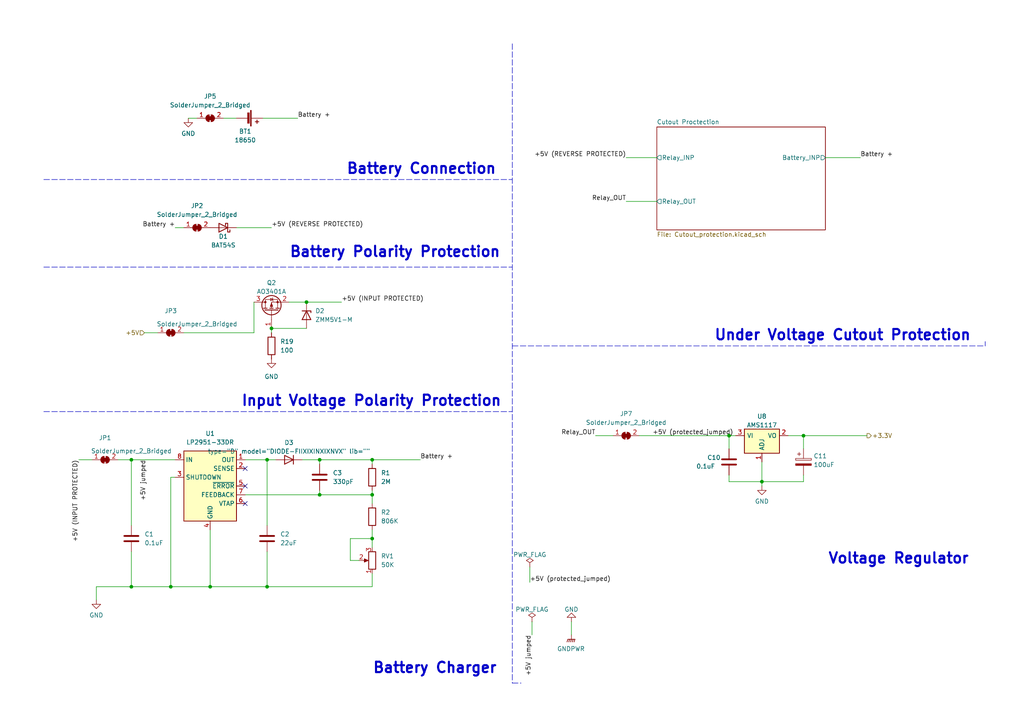
<source format=kicad_sch>
(kicad_sch (version 20211123) (generator eeschema)
  (paper "A4")
  (title_block (title "Power Submodule") (date "2022-03-09") (rev "v1.0") (company "University of Cape Town") (comment 1 "Be aware of current maybe adding up in the volatge input protection circuit") (comment 2 "Need to figure out the DSG order for the undervoltage circuit") (comment 4 "Authors: Noah Havik"))
  (lib_symbols
    (symbol "Device:Battery_Cell" (pin_numbers hide) (pin_names (offset 0) hide)
      (property "Reference" "BT" (at 2.54 2.54 0))
      (property "Value" "Battery_Cell" (at 2.54 0 0))
      (symbol "Battery_Cell_0_1"
        (rectangle (start -2.286 1.778) (end 2.286 1.524) (fill (type outline)))
        (rectangle (start -1.5748 1.1938) (end 1.4732 0.6858) (fill (type outline)))
        (polyline (pts (xy 0 0.762) (xy 0 0)))
        (polyline (pts (xy 0 1.778) (xy 0 2.54)))
        (polyline (pts (xy 0.508 3.429) (xy 1.524 3.429)) (stroke (width 0.254)))
        (polyline (pts (xy 1.016 3.937) (xy 1.016 2.921)) (stroke (width 0.254)))
      )
      (symbol "Battery_Cell_1_1"
        (pin passive line (at 0 5.08 270) (length 2.54) (name "+") (number "1"))
        (pin passive line (at 0 -2.54 90) (length 2.54) (name "-") (number "2"))
      )
    )
    (symbol "Device:C" (pin_numbers hide) (pin_names (offset 0.254))
      (property "Reference" "C" (at 0.635 2.54 0))
      (property "Value" "C" (at 0.635 -2.54 0))
      (symbol "C_0_1"
        (polyline (pts (xy -2.032 -0.762) (xy 2.032 -0.762)) (stroke (width 0.508)))
        (polyline (pts (xy -2.032 0.762) (xy 2.032 0.762)) (stroke (width 0.508)))
      )
      (symbol "C_1_1"
        (pin passive line (at 0 3.81 270) (length 2.794) (name "~") (number "1"))
        (pin passive line (at 0 -3.81 90) (length 2.794) (name "~") (number "2"))
      )
    )
    (symbol "Device:C_Polarized" (pin_numbers hide) (pin_names (offset 0.254))
      (property "Reference" "C" (at 0.635 2.54 0))
      (property "Value" "C_Polarized" (at 0.635 -2.54 0))
      (symbol "C_Polarized_0_1"
        (rectangle (start -2.286 0.508) (end 2.286 1.016))
        (polyline (pts (xy -1.778 2.286) (xy -0.762 2.286)))
        (polyline (pts (xy -1.27 2.794) (xy -1.27 1.778)))
        (rectangle (start 2.286 -0.508) (end -2.286 -1.016) (fill (type outline)))
      )
      (symbol "C_Polarized_1_1"
        (pin passive line (at 0 3.81 270) (length 2.794) (name "~") (number "1"))
        (pin passive line (at 0 -3.81 90) (length 2.794) (name "~") (number "2"))
      )
    )
    (symbol "Device:D_Schottky" (pin_numbers hide) (pin_names (offset 1.016) hide)
      (property "Reference" "D" (at 0 2.54 0))
      (property "Value" "D_Schottky" (at 0 -2.54 0))
      (symbol "D_Schottky_0_1"
        (polyline (pts (xy 1.27 0) (xy -1.27 0)))
        (polyline (pts (xy 1.27 1.27) (xy 1.27 -1.27) (xy -1.27 0) (xy 1.27 1.27)) (stroke (width 0.254)))
        (polyline (pts (xy -1.905 0.635) (xy -1.905 1.27) (xy -1.27 1.27) (xy -1.27 -1.27) (xy -0.635 -1.27) (xy -0.635 -0.635)) (stroke (width 0.254)))
      )
      (symbol "D_Schottky_1_1"
        (pin passive line (at -3.81 0 0) (length 2.54) (name "K") (number "1"))
        (pin passive line (at 3.81 0 180) (length 2.54) (name "A") (number "2"))
      )
    )
    (symbol "Device:D_Zener" (pin_numbers hide) (pin_names (offset 1.016) hide)
      (property "Reference" "D" (at 0 2.54 0))
      (property "Value" "D_Zener" (at 0 -2.54 0))
      (symbol "D_Zener_0_1"
        (polyline (pts (xy 1.27 0) (xy -1.27 0)))
        (polyline (pts (xy -1.27 -1.27) (xy -1.27 1.27) (xy -0.762 1.27)) (stroke (width 0.254)))
        (polyline (pts (xy 1.27 -1.27) (xy 1.27 1.27) (xy -1.27 0) (xy 1.27 -1.27)) (stroke (width 0.254)))
      )
      (symbol "D_Zener_1_1"
        (pin passive line (at -3.81 0 0) (length 2.54) (name "K") (number "1"))
        (pin passive line (at 3.81 0 180) (length 2.54) (name "A") (number "2"))
      )
    )
    (symbol "Device:Q_PMOS_GSD" (pin_names (offset 0) hide)
      (property "Reference" "Q" (at 5.08 1.27 0))
      (property "Value" "Q_PMOS_GSD" (at 5.08 -1.27 0))
      (symbol "Q_PMOS_GSD_0_1"
        (polyline (pts (xy 0.254 0) (xy -2.54 0)))
        (polyline (pts (xy 0.254 1.905) (xy 0.254 -1.905)) (stroke (width 0.254)))
        (polyline (pts (xy 0.762 -1.27) (xy 0.762 -2.286)) (stroke (width 0.254)))
        (polyline (pts (xy 0.762 0.508) (xy 0.762 -0.508)) (stroke (width 0.254)))
        (polyline (pts (xy 0.762 2.286) (xy 0.762 1.27)) (stroke (width 0.254)))
        (polyline (pts (xy 2.54 2.54) (xy 2.54 1.778)))
        (polyline (pts (xy 2.54 -2.54) (xy 2.54 0) (xy 0.762 0)))
        (polyline (pts (xy 0.762 1.778) (xy 3.302 1.778) (xy 3.302 -1.778) (xy 0.762 -1.778)))
        (polyline (pts (xy 2.286 0) (xy 1.27 0.381) (xy 1.27 -0.381) (xy 2.286 0)) (fill (type outline)))
        (polyline (pts (xy 2.794 -0.508) (xy 2.921 -0.381) (xy 3.683 -0.381) (xy 3.81 -0.254)))
        (polyline (pts (xy 3.302 -0.381) (xy 2.921 0.254) (xy 3.683 0.254) (xy 3.302 -0.381)))
        (circle (center 1.651 0) (radius 2.794) (stroke (width 0.254)))
        (circle (center 2.54 -1.778) (radius 0.254) (fill (type outline)))
        (circle (center 2.54 1.778) (radius 0.254) (fill (type outline)))
      )
      (symbol "Q_PMOS_GSD_1_1"
        (pin input line (at -5.08 0 0) (length 2.54) (name "G") (number "1"))
        (pin passive line (at 2.54 -5.08 90) (length 2.54) (name "S") (number "2"))
        (pin passive line (at 2.54 5.08 270) (length 2.54) (name "D") (number "3"))
      )
    )
    (symbol "Device:R" (pin_numbers hide) (pin_names (offset 0))
      (property "Reference" "R" (at 2.032 0 90))
      (property "Value" "R" (at 0 0 90))
      (symbol "R_0_1"
        (rectangle (start -1.016 -2.54) (end 1.016 2.54) (stroke (width 0.254)))
      )
      (symbol "R_1_1"
        (pin passive line (at 0 3.81 270) (length 1.27) (name "~") (number "1"))
        (pin passive line (at 0 -3.81 90) (length 1.27) (name "~") (number "2"))
      )
    )
    (symbol "Device:R_Potentiometer" (pin_names (offset 1.016) hide)
      (property "Reference" "RV" (at -4.445 0 90))
      (property "Value" "R_Potentiometer" (at -2.54 0 90))
      (symbol "R_Potentiometer_0_1"
        (polyline (pts (xy 2.54 0) (xy 1.524 0)))
        (polyline (pts (xy 1.143 0) (xy 2.286 0.508) (xy 2.286 -0.508) (xy 1.143 0)) (fill (type outline)))
        (rectangle (start 1.016 2.54) (end -1.016 -2.54) (stroke (width 0.254)))
      )
      (symbol "R_Potentiometer_1_1"
        (pin passive line (at 0 3.81 270) (length 1.27) (name "1") (number "1"))
        (pin passive line (at 3.81 0 180) (length 1.27) (name "2") (number "2"))
        (pin passive line (at 0 -3.81 90) (length 1.27) (name "3") (number "3"))
      )
    )
    (symbol "Jumper:SolderJumper_2_Bridged" (pin_names (offset 0) hide)
      (property "Reference" "JP" (at 0 2.032 0))
      (property "Value" "SolderJumper_2_Bridged" (at 0 -2.54 0))
      (symbol "SolderJumper_2_Bridged_0_1"
        (rectangle (start -0.508 0.508) (end 0.508 -0.508) (fill (type outline)))
        (arc (start -0.254 1.016) (mid -1.27 0) (end -0.254 -1.016))
        (arc (start -0.254 1.016) (mid -1.27 0) (end -0.254 -1.016) (fill (type outline)))
        (polyline (pts (xy -0.254 1.016) (xy -0.254 -1.016)))
        (polyline (pts (xy 0.254 1.016) (xy 0.254 -1.016)))
        (arc (start 0.254 -1.016) (mid 1.27 0) (end 0.254 1.016))
        (arc (start 0.254 -1.016) (mid 1.27 0) (end 0.254 1.016) (fill (type outline)))
      )
      (symbol "SolderJumper_2_Bridged_1_1"
        (pin passive line (at -3.81 0 0) (length 2.54) (name "A") (number "1"))
        (pin passive line (at 3.81 0 180) (length 2.54) (name "B") (number "2"))
      )
    )
    (symbol "Regulator_Linear:AMS1117" (pin_names (offset 0.762))
      (property "Reference" "U" (at -3.81 3.175 0))
      (property "Value" "AMS1117" (at 0 3.175 0))
      (symbol "AMS1117_0_1"
        (rectangle (start -5.08 -5.08) (end 5.08 1.905) (stroke (width 0.254)) (fill (type background)))
      )
      (symbol "AMS1117_1_1"
        (pin input line (at 0 -7.62 90) (length 2.54) (name "ADJ") (number "1"))
        (pin power_out line (at 7.62 0 180) (length 2.54) (name "VO") (number "2"))
        (pin power_in line (at -7.62 0 0) (length 2.54) (name "VI") (number "3"))
      )
    )
    (symbol "Regulator_Linear:LP2951-3.3_DIP"
      (property "Reference" "U" (at -6.35 11.43 0))
      (property "Value" "LP2951-3.3_DIP" (at 1.27 11.43 0))
      (symbol "LP2951-3.3_DIP_0_1"
        (rectangle (start -7.62 10.16) (end 7.62 -10.16) (stroke (width 0.254)) (fill (type background)))
      )
      (symbol "LP2951-3.3_DIP_1_1"
        (pin power_out line (at 10.16 7.62 180) (length 2.54) (name "OUT") (number "1"))
        (pin passive line (at 10.16 5.08 180) (length 2.54) (name "SENSE") (number "2"))
        (pin input line (at -10.16 2.54 0) (length 2.54) (name "SHUTDOWN") (number "3"))
        (pin power_in line (at 0 -12.7 90) (length 2.54) (name "GND") (number "4"))
        (pin open_collector line (at 10.16 0 180) (length 2.54) (name "~{ERROR}") (number "5"))
        (pin input line (at 10.16 -5.08 180) (length 2.54) (name "VTAP") (number "6"))
        (pin input line (at 10.16 -2.54 180) (length 2.54) (name "FEEDBACK") (number "7"))
        (pin power_in line (at -10.16 7.62 0) (length 2.54) (name "IN") (number "8"))
      )
    )
    (symbol "Simulation_SPICE:DIODE" (pin_numbers hide) (pin_names (offset 1.016) hide)
      (property "Reference" "D" (at 0 2.54 0))
      (property "Value" "DIODE" (at 0 -2.54 0))
      (symbol "DIODE_0_1"
        (polyline (pts (xy 1.27 0) (xy -1.27 0)))
        (polyline (pts (xy 1.27 1.27) (xy 1.27 -1.27)) (stroke (width 0.254)))
        (polyline (pts (xy -1.27 -1.27) (xy -1.27 1.27) (xy 1.27 0) (xy -1.27 -1.27)) (stroke (width 0.254)))
      )
      (symbol "DIODE_1_1"
        (pin passive line (at -3.81 0 0) (length 2.54) (name "A") (number "1"))
        (pin passive line (at 3.81 0 180) (length 2.54) (name "K") (number "2"))
      )
    )
    (symbol "power:GND" (power) (pin_names (offset 0))
      (property "Value" "GND" (at 0 -3.81 0))
      (symbol "GND_0_1"
        (polyline (pts (xy 0 0) (xy 0 -1.27) (xy 1.27 -1.27) (xy 0 -2.54) (xy -1.27 -1.27) (xy 0 -1.27)))
      )
      (symbol "GND_1_1"
        (pin power_in line (at 0 0 270) (length 0) hide (name "GND") (number "1"))
      )
    )
    (symbol "power:GNDPWR" (power) (pin_names (offset 0))
      (property "Value" "GNDPWR" (at 0 -3.302 0))
      (symbol "GNDPWR_0_1"
        (polyline (pts (xy 0 -1.27) (xy 0 0)))
        (polyline (pts (xy -1.016 -1.27) (xy -1.27 -2.032) (xy -1.27 -2.032)) (stroke (width 0.2032)))
        (polyline (pts (xy -0.508 -1.27) (xy -0.762 -2.032) (xy -0.762 -2.032)) (stroke (width 0.2032)))
        (polyline (pts (xy 0 -1.27) (xy -0.254 -2.032) (xy -0.254 -2.032)) (stroke (width 0.2032)))
        (polyline (pts (xy 0.508 -1.27) (xy 0.254 -2.032) (xy 0.254 -2.032)) (stroke (width 0.2032)))
        (polyline (pts (xy 1.016 -1.27) (xy -1.016 -1.27) (xy -1.016 -1.27)) (stroke (width 0.2032)))
        (polyline (pts (xy 1.016 -1.27) (xy 0.762 -2.032) (xy 0.762 -2.032) (xy 0.762 -2.032)) (stroke (width 0.2032)))
      )
      (symbol "GNDPWR_1_1"
        (pin power_in line (at 0 0 270) (length 0) hide (name "GNDPWR") (number "1"))
      )
    )
    (symbol "power:PWR_FLAG" (power) (pin_numbers hide) (pin_names (offset 0) hide)
      (property "Value" "PWR_FLAG" (at 0 3.81 0))
      (symbol "PWR_FLAG_0_0"
        (pin power_out line (at 0 0 90) (length 0) (name "pwr") (number "1"))
      )
      (symbol "PWR_FLAG_0_1"
        (polyline (pts (xy 0 0) (xy 0 1.27) (xy -1.016 1.905) (xy 0 2.54) (xy 1.016 1.905) (xy 0 1.27)))
      )
    )
  )
  (junction (at 92.71 133.35))
  (junction (at 220.98 139.7))
  (junction (at 78.74 95.25))
  (junction (at 211.455 126.365))
  (junction (at 107.95 133.35))
  (junction (at 92.71 143.51))
  (junction (at 60.96 170.18))
  (junction (at 233.045 126.365))
  (junction (at 77.47 170.18))
  (junction (at 49.53 170.18))
  (junction (at 77.47 133.35))
  (junction (at 107.95 156.21))
  (junction (at 107.95 143.51))
  (junction (at 38.1 170.18))
  (junction (at 88.9 87.63))
  (junction (at 38.1 133.35))
  (no_connect (at 71.12 146.05))
  (no_connect (at 71.12 140.97))
  (no_connect (at 71.12 135.89))
  (wire (pts (xy 92.71 143.51) (xy 107.95 143.51)))
  (wire (pts (xy 211.455 126.365) (xy 213.36 126.365)))
  (wire (pts (xy 73.66 96.52) (xy 73.66 87.63)))
  (wire (pts (xy 38.1 170.18) (xy 49.53 170.18)))
  (wire (pts (xy 54.61 34.29) (xy 57.15 34.29)))
  (wire (pts (xy 50.8 66.04) (xy 53.34 66.04)))
  (wire (pts (xy 107.95 156.21) (xy 107.95 158.75)))
  (wire (pts (xy 71.12 143.51) (xy 92.71 143.51)))
  (wire (pts (xy 107.95 170.18) (xy 107.95 166.37)))
  (wire (pts (xy 107.95 133.35) (xy 121.92 133.35)))
  (wire (pts (xy 107.95 133.35) (xy 107.95 134.62)))
  (wire (pts (xy 101.6 156.21) (xy 107.95 156.21)))
  (wire (pts (xy 60.96 153.67) (xy 60.96 170.18)))
  (wire (pts (xy 92.71 134.62) (xy 92.71 133.35)))
  (wire (pts (xy 71.12 133.35) (xy 77.47 133.35)))
  (wire (pts (xy 64.77 34.29) (xy 68.58 34.29)))
  (wire (pts (xy 153.67 164.465) (xy 153.67 168.91)))
  (wire (pts (xy 60.96 170.18) (xy 77.47 170.18)))
  (wire (pts (xy 53.34 96.52) (xy 73.66 96.52)))
  (wire (pts (xy 78.74 95.25) (xy 88.9 95.25)))
  (polyline (pts (xy 12.7 119.38) (xy 148.59 119.38)))
  (wire (pts (xy 77.47 170.18) (xy 107.95 170.18)))
  (wire (pts (xy 107.95 153.67) (xy 107.95 156.21)))
  (wire (pts (xy 239.395 45.72) (xy 249.555 45.72)))
  (polyline (pts (xy 148.59 100.33) (xy 285.75 100.33)))
  (wire (pts (xy 107.95 143.51) (xy 107.95 146.05)))
  (polyline (pts (xy 285.75 99.06) (xy 285.75 100.33)))
  (wire (pts (xy 228.6 126.365) (xy 233.045 126.365)))
  (wire (pts (xy 38.1 152.4) (xy 38.1 133.35)))
  (wire (pts (xy 101.6 162.56) (xy 101.6 156.21)))
  (wire (pts (xy 49.53 170.18) (xy 60.96 170.18)))
  (wire (pts (xy 27.94 170.18) (xy 38.1 170.18)))
  (wire (pts (xy 92.71 133.35) (xy 107.95 133.35)))
  (wire (pts (xy 68.58 66.04) (xy 78.74 66.04)))
  (wire (pts (xy 38.1 160.02) (xy 38.1 170.18)))
  (wire (pts (xy 165.735 180.34) (xy 165.735 184.15)))
  (wire (pts (xy 38.1 133.35) (xy 50.8 133.35)))
  (polyline (pts (xy 12.7 77.47) (xy 148.59 77.47)))
  (wire (pts (xy 83.82 87.63) (xy 88.9 87.63)))
  (wire (pts (xy 185.42 126.365) (xy 211.455 126.365)))
  (wire (pts (xy 211.455 126.365) (xy 211.455 130.175)))
  (polyline (pts (xy 148.59 12.7) (xy 148.59 198.12)))
  (wire (pts (xy 27.94 173.99) (xy 27.94 170.18)))
  (wire (pts (xy 77.47 133.35) (xy 77.47 152.4)))
  (wire (pts (xy 77.47 160.02) (xy 77.47 170.18)))
  (wire (pts (xy 88.9 87.63) (xy 99.06 87.63)))
  (wire (pts (xy 77.47 133.35) (xy 80.01 133.35)))
  (wire (pts (xy 233.045 137.795) (xy 233.045 139.7)))
  (wire (pts (xy 49.53 138.43) (xy 49.53 170.18)))
  (wire (pts (xy 211.455 137.795) (xy 211.455 139.7)))
  (wire (pts (xy 233.045 126.365) (xy 233.045 130.175)))
  (wire (pts (xy 22.86 133.35) (xy 26.67 133.35)))
  (polyline (pts (xy 148.59 198.12) (xy 151.13 198.12)))
  (wire (pts (xy 50.8 138.43) (xy 49.53 138.43)))
  (wire (pts (xy 41.91 96.52) (xy 45.72 96.52)))
  (wire (pts (xy 220.98 139.7) (xy 233.045 139.7)))
  (wire (pts (xy 172.72 126.365) (xy 177.8 126.365)))
  (wire (pts (xy 76.2 34.29) (xy 86.36 34.29)))
  (wire (pts (xy 220.98 133.985) (xy 220.98 139.7)))
  (wire (pts (xy 233.045 126.365) (xy 251.46 126.365)))
  (wire (pts (xy 104.14 162.56) (xy 101.6 162.56)))
  (wire (pts (xy 181.61 45.72) (xy 190.5 45.72)))
  (wire (pts (xy 92.71 142.24) (xy 92.71 143.51)))
  (wire (pts (xy 154.305 180.34) (xy 154.305 184.15)))
  (wire (pts (xy 181.61 58.42) (xy 190.5 58.42)))
  (polyline (pts (xy 12.7 52.07) (xy 148.59 52.07)))
  (wire (pts (xy 211.455 139.7) (xy 220.98 139.7)))
  (wire (pts (xy 107.95 142.24) (xy 107.95 143.51)))
  (wire (pts (xy 92.71 133.35) (xy 87.63 133.35)))
  (wire (pts (xy 78.74 96.52) (xy 78.74 95.25)))
  (wire (pts (xy 34.29 133.35) (xy 38.1 133.35)))
  (wire (pts (xy 220.98 139.7) (xy 220.98 140.97)))
  (text "Battery Connection" (at 100.33 50.8 0) (effects (font (size 3 3) (thickness 0.6) bold) (justify left bottom)))
  (text "Battery Charger" (at 107.95 195.58 0) (effects (font (size 3 3) (thickness 0.6) bold) (justify left bottom)))
  (text "Input Voltage Polarity Protection" (at 69.85 118.11 0) (effects (font (size 3 3) (thickness 0.6) bold) (justify left bottom)))
  (text "Voltage Regulator" (at 240.03 163.83 0) (effects (font (size 3 3) (thickness 0.6) bold) (justify left bottom)))
  (text "Under Voltage Cutout Protection" (at 207.01 99.06 0) (effects (font (size 3 3) (thickness 0.6) bold) (justify left bottom)))
  (text "Battery Polarity Protection" (at 83.82 74.93 0) (effects (font (size 3 3) (thickness 0.6) bold) (justify left bottom)))
  (label "Battery +" (at 50.8 66.04 180))
  (label "Battery +" (at 121.92 133.35 0))
  (label "Relay_OUT" (at 181.61 58.42 180))
  (label "+5V jumped" (at 154.305 184.15 270))
  (label "Battery +" (at 86.36 34.29 0))
  (label "+5V (protected_jumped)" (at 153.67 168.91 0))
  (label "+5V (INPUT PROTECTED)" (at 22.86 133.35 270))
  (label "+5V (protected_jumped)" (at 189.23 126.365 0))
  (label "+5V (REVERSE PROTECTED)" (at 181.61 45.72 180))
  (label "Battery +" (at 249.555 45.72 0))
  (label "+5V (INPUT PROTECTED)" (at 99.06 87.63 0))
  (label "Relay_OUT" (at 172.72 126.365 180))
  (label "+5V jumped" (at 42.545 133.35 270))
  (label "+5V (REVERSE PROTECTED)" (at 78.74 66.04 0))
  (hierarchical_label "+5V" (shape input) (at 41.91 96.52 180))
  (hierarchical_label "+3.3V" (shape output) (at 251.46 126.365 0))
  (symbol (lib_id "Jumper:SolderJumper_2_Bridged") (at 60.96 34.29 0) (unit 1)
    (property "Reference" "JP5" (at 60.96 27.94 0))
    (property "Value" "SolderJumper_2_Bridged" (at 60.96 30.48 0))
    (property "Footprint" "Jumper:SolderJumper-2_P1.3mm_Bridged2Bar_Pad1.0x1.5mm" (effects hide))
  )
  (symbol (lib_id "Device:C_Polarized") (at 233.045 133.985 0) (unit 1)
    (property "Reference" "C11" (at 235.966 132.2613 0) (effects (justify left)))
    (property "Value" "100uF" (at 235.966 134.7982 0) (effects (justify left)))
    (property "Footprint" "Capacitor_SMD:C_1206_3216Metric" (effects hide))
    (property "JLC Part #" "C15008" (effects hide))
    (property "Price" "0.1135" (effects hide))
  )
  (symbol (lib_id "Device:Q_PMOS_GSD") (at 78.74 90.17 90) (unit 1)
    (property "Reference" "Q2" (at 78.74 82.0252 90))
    (property "Value" "AO3401A" (at 78.74 84.5621 90))
    (property "Footprint" "Package_TO_SOT_SMD:SOT-23" (effects hide))
    (property "JLC Part #" "C15127" (effects hide))
    (property "Price" "0.1774" (effects hide))
  )
  (symbol (lib_id "Device:R") (at 107.95 149.86 0) (unit 1)
    (property "Reference" "R2" (at 110.49 148.5899 0) (effects (justify left)))
    (property "Value" "806K" (at 110.49 151.1299 0) (effects (justify left)))
    (property "Footprint" "Resistor_SMD:R_0402_1005Metric" (effects hide))
    (property "JLC Part #" "C375495" (effects hide))
    (property "Price" "0.0007" (effects hide))
  )
  (symbol (lib_id "Jumper:SolderJumper_2_Bridged") (at 181.61 126.365 0) (unit 1)
    (property "Reference" "JP7" (at 181.61 120.015 0))
    (property "Value" "SolderJumper_2_Bridged" (at 181.61 122.555 0))
    (property "Footprint" "Jumper:SolderJumper-2_P1.3mm_Bridged2Bar_Pad1.0x1.5mm" (effects hide))
  )
  (symbol (lib_id "power:GND") (at 220.98 140.97 0) (unit 1)
    (property "Reference" "#PWR020" (effects hide))
    (property "Value" "GND" (at 220.98 145.4134 0))
  )
  (symbol (lib_id "power:GNDPWR") (at 165.735 184.15 0) (unit 1)
    (property "Reference" "#PWR017" (effects hide))
    (property "Value" "GNDPWR" (at 165.608 188.187 0))
  )
  (symbol (lib_id "Device:C") (at 77.47 156.21 0) (unit 1)
    (property "Reference" "C2" (at 81.28 154.9399 0) (effects (justify left)))
    (property "Value" "22uF" (at 81.28 157.4799 0) (effects (justify left)))
    (property "Footprint" "Capacitor_SMD:C_0603_1608Metric" (effects hide))
    (property "JLC Part #" "C59461 " (effects hide))
    (property "Price" "0.0098" (effects hide))
  )
  (symbol (lib_id "Jumper:SolderJumper_2_Bridged") (at 57.15 66.04 0) (unit 1)
    (property "Reference" "JP2" (at 57.15 59.69 0))
    (property "Value" "SolderJumper_2_Bridged" (at 57.15 62.23 0))
    (property "Footprint" "Jumper:SolderJumper-2_P1.3mm_Bridged2Bar_Pad1.0x1.5mm" (effects hide))
  )
  (symbol (lib_id "Device:D_Zener") (at 88.9 91.44 270) (unit 1)
    (property "Reference" "D2" (at 91.44 90.1699 90) (effects (justify left)))
    (property "Value" "ZMM5V1-M" (at 91.44 92.7099 90) (effects (justify left)))
    (property "Footprint" "Footprint_EEE3088F:LL-34_L3.5-W1.5-RD" (effects hide))
    (property "JLC Part #" "C8061" (effects hide))
    (property "Price" "0.0182" (effects hide))
  )
  (symbol (lib_id "Jumper:SolderJumper_2_Bridged") (at 30.48 133.35 0) (unit 1)
    (property "Reference" "JP1" (at 30.48 127 0))
    (property "Value" "SolderJumper_2_Bridged" (at 38.1 130.81 0))
    (property "Footprint" "Jumper:SolderJumper-2_P1.3mm_Bridged2Bar_Pad1.0x1.5mm" (effects hide))
  )
  (symbol (lib_id "Regulator_Linear:AMS1117") (at 220.98 126.365 0) (unit 1)
    (property "Reference" "U8" (at 220.98 120.7602 0))
    (property "Value" "AMS1117" (at 220.98 123.2971 0))
    (property "Footprint" "Package_TO_SOT_SMD:SOT-223-3_TabPin2" (effects hide))
    (property "Datasheet" "http://www.advanced-monolithic.com/pdf/ds1117.pdf" (effects hide))
    (property "JLC Part #" "C6186" (effects hide))
    (property "Price" "0.1855" (effects hide))
  )
  (symbol (lib_id "power:GND") (at 78.74 104.14 0) (unit 1)
    (property "Reference" "#PWR019" (effects hide))
    (property "Value" "GND" (at 78.74 109.22 0))
  )
  (symbol (lib_id "Regulator_Linear:LP2951-3.3_DIP") (at 60.96 140.97 0) (unit 1)
    (property "Reference" "U1" (at 60.96 125.73 0))
    (property "Value" "LP2951-33DR" (at 60.96 128.27 0))
    (property "Footprint" "Package_SO:SOIC-8_3.9x4.9mm_P1.27mm" (effects hide))
    (property "Datasheet" "http://www.ti.com/lit/ds/symlink/lp2951.pdf" (effects hide))
    (property "JLC Part #" "C109381" (effects hide))
    (property "Price" "0.5873" (effects hide))
  )
  (symbol (lib_id "Device:D_Schottky") (at 64.77 66.04 180) (unit 1)
    (property "Reference" "D1" (at 64.77 68.58 0))
    (property "Value" "BAT54S" (at 64.77 71.12 0))
    (property "Footprint" "Diode_SMD:D_SOT-23_ANK" (effects hide))
    (property "JLC Part #" "C408389" (effects hide))
    (property "Price" "0.0148" (effects hide))
  )
  (symbol (lib_id "power:GND") (at 27.94 173.99 0) (unit 1)
    (property "Reference" "#PWR015" (effects hide))
    (property "Value" "GND" (at 27.94 178.4334 0))
  )
  (symbol (lib_id "Device:C") (at 211.455 133.985 0) (unit 1)
    (property "Reference" "C10" (at 205.105 132.715 0) (effects (justify left)))
    (property "Value" "0.1uF" (at 201.93 135.255 0) (effects (justify left)))
    (property "Footprint" "Capacitor_SMD:C_0402_1005Metric" (effects hide))
    (property "JLC Part #" "C1525" (effects hide))
    (property "Price" "0.0011" (effects hide))
  )
  (symbol (lib_id "Device:Battery_Cell") (at 71.12 34.29 270) (unit 1)
    (property "Reference" "BT1" (at 71.12 38.1 90))
    (property "Value" "18650" (at 71.12 40.64 90))
    (property "Footprint" "Footprint_EEE3088F:18650_Holder" (effects hide))
  )
  (symbol (lib_id "power:GND") (at 54.61 34.29 0) (unit 1)
    (property "Reference" "#PWR0101" (effects hide))
    (property "Value" "GND" (at 54.61 38.7334 0))
  )
  (symbol (lib_id "Simulation_SPICE:DIODE") (at 83.82 133.35 0) (unit 1)
    (property "Reference" "D3" (at 83.82 128.3802 0))
    (property "Value" "DIODE-FIIXIXINXIXNVX" (at 83.82 130.9171 0))
    (property "Spice_Netlist_Enabled" "Y" (effects hide))
    (property "Spice_Primitive" "D" (effects hide))
    (property "JLC Part #" "C95872" (effects hide))
  )
  (symbol (lib_id "Device:R_Potentiometer") (at 107.95 162.56 180) (unit 1)
    (property "Reference" "RV1" (at 110.49 161.2899 0) (effects (justify right)))
    (property "Value" "50K" (at 110.49 163.8299 0) (effects (justify right)))
    (property "Footprint" "Footprint_EEE3088F:VG039NCHXTB503" (effects hide))
    (property "JLC Part #" "C145161" (effects hide))
    (property "Price" "0.086" (effects hide))
  )
  (symbol (lib_id "Device:R") (at 107.95 138.43 0) (unit 1)
    (property "Reference" "R1" (at 110.49 137.1599 0) (effects (justify left)))
    (property "Value" "2M" (at 110.49 139.6999 0) (effects (justify left)))
    (property "Footprint" "Resistor_SMD:R_0805_2012Metric" (effects hide))
    (property "JLC Part #" "C26112" (effects hide))
    (property "Price" "0.0043" (effects hide))
  )
  (symbol (lib_id "Device:R") (at 78.74 100.33 0) (unit 1)
    (property "Reference" "R19" (at 81.28 99.0599 0) (effects (justify left)))
    (property "Value" "100" (at 81.28 101.5999 0) (effects (justify left)))
    (property "Footprint" "Resistor_SMD:R_0603_1608Metric" (effects hide))
    (property "JLC Part #" "C22775" (effects hide))
    (property "Price" "0.0013" (effects hide))
  )
  (symbol (lib_id "power:PWR_FLAG") (at 154.305 180.34 0) (unit 1)
    (property "Reference" "#FLG01" (effects hide))
    (property "Value" "PWR_FLAG" (at 154.305 176.7642 0))
  )
  (symbol (lib_id "power:PWR_FLAG") (at 153.67 164.465 0) (unit 1)
    (property "Reference" "#FLG0101" (effects hide))
    (property "Value" "PWR_FLAG" (at 153.67 160.8892 0))
  )
  (symbol (lib_id "Device:C") (at 38.1 156.21 0) (unit 1)
    (property "Reference" "C1" (at 41.91 154.9399 0) (effects (justify left)))
    (property "Value" "0.1uF" (at 41.91 157.4799 0) (effects (justify left)))
    (property "Footprint" "Capacitor_SMD:C_0402_1005Metric" (effects hide))
    (property "JLC Part #" "C1525" (effects hide))
    (property "Price" "0.0011" (effects hide))
  )
  (symbol (lib_id "Jumper:SolderJumper_2_Bridged") (at 49.53 96.52 0) (unit 1)
    (property "Reference" "JP3" (at 49.53 90.17 0))
    (property "Value" "SolderJumper_2_Bridged" (at 57.15 93.98 0))
    (property "Footprint" "Jumper:SolderJumper-2_P1.3mm_Bridged2Bar_Pad1.0x1.5mm" (effects hide))
  )
  (symbol (lib_id "Device:C") (at 92.71 138.43 0) (unit 1)
    (property "Reference" "C3" (at 96.52 137.1599 0) (effects (justify left)))
    (property "Value" "330pF" (at 96.52 139.6999 0) (effects (justify left)))
    (property "Footprint" "Capacitor_SMD:C_0402_1005Metric" (effects hide))
    (property "JLC Part #" "C13533" (effects hide))
    (property "Price" "0.0053" (effects hide))
  )
  (symbol (lib_id "power:GND") (at 165.735 180.34 180) (unit 1)
    (property "Reference" "#PWR016" (effects hide))
    (property "Value" "GND" (at 165.735 176.7642 0))
  )
  (sheet (at 190.5 36.83) (size 48.895 29.845) (stroke (width 0.1524))
    (property "Sheet name" "Cutout Proctection" (at 190.5 36.1184 0) (effects (justify left bottom)))
    (property "Sheet file" "Cutout_protection.kicad_sch" (at 190.5 67.2596 0) (effects (justify left top)))
    (pin "Relay_INP" output (at 190.5 45.72 180))
    (pin "Battery_INP" output (at 239.395 45.72 0))
    (pin "Relay_OUT" output (at 190.5 58.42 180))
  )
)
</source>
